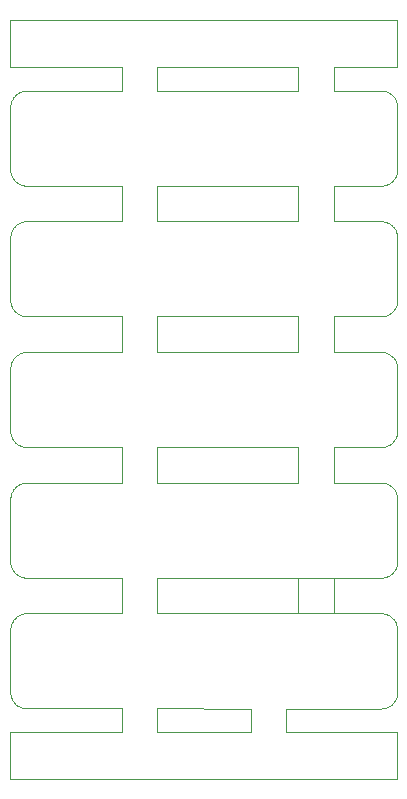
<source format=gbr>
%TF.GenerationSoftware,KiCad,Pcbnew,(6.0.5)*%
%TF.CreationDate,2022-06-02T02:11:43+02:00*%
%TF.ProjectId,5Panel_AKBDB,3550616e-656c-45f4-914b-4244422e6b69,R1*%
%TF.SameCoordinates,Original*%
%TF.FileFunction,Profile,NP*%
%FSLAX46Y46*%
G04 Gerber Fmt 4.6, Leading zero omitted, Abs format (unit mm)*
G04 Created by KiCad (PCBNEW (6.0.5)) date 2022-06-02 02:11:43*
%MOMM*%
%LPD*%
G01*
G04 APERTURE LIST*
%TA.AperFunction,Profile*%
%ADD10C,0.100000*%
%TD*%
G04 APERTURE END LIST*
D10*
X56820949Y-37752391D02*
X66242949Y-37752391D01*
X88949429Y-73173233D02*
X88886934Y-73134936D01*
X89151490Y-91692094D02*
X89201647Y-91641937D01*
X56964014Y-69163922D02*
X56996855Y-69226793D01*
X88183931Y-50814873D02*
X84212574Y-50815587D01*
X66242949Y-94077391D02*
X56820949Y-94077391D01*
X57256382Y-58497081D02*
X57309014Y-58544632D01*
X56820949Y-79612372D02*
X56822744Y-79683280D01*
X57604381Y-58739298D02*
X57668834Y-58768913D01*
X89579749Y-46559009D02*
X89585134Y-46488282D01*
X89585029Y-63209102D02*
X89579277Y-63136032D01*
X56908089Y-80098598D02*
X56934400Y-80164468D01*
X58079295Y-58875189D02*
X58223931Y-58884873D01*
X89493955Y-62780656D02*
X89465905Y-62712940D01*
X88333271Y-50825042D02*
X88183931Y-50814873D01*
X57363986Y-47524457D02*
X57421159Y-47566440D01*
X89518422Y-51784747D02*
X89493955Y-51715656D01*
X89499788Y-80098605D02*
X89522730Y-80031485D01*
X57158676Y-69459292D02*
X57206227Y-69511924D01*
X89585134Y-57553282D02*
X89583931Y-57484873D01*
X58150021Y-92075576D02*
X66242949Y-92075546D01*
X81212574Y-69946505D02*
X81212574Y-72945840D01*
X58147661Y-84014309D02*
X58074592Y-84020060D01*
X56828130Y-68689007D02*
X56837090Y-68759370D01*
X56838169Y-74128366D02*
X56828602Y-74201034D01*
X89570789Y-68759373D02*
X89579749Y-68689009D01*
X89336006Y-69347157D02*
X89375039Y-69287930D01*
X88333271Y-84020042D02*
X88260201Y-84014291D01*
X88186931Y-92077391D02*
X88257840Y-92075594D01*
X89098858Y-58544647D02*
X89151490Y-58497094D01*
X88949429Y-84238233D02*
X88886934Y-84199936D01*
X89579277Y-63136032D02*
X89569709Y-63063363D01*
X89227340Y-51280588D02*
X89176886Y-51227422D01*
X84212574Y-84014249D02*
X84212574Y-81013096D01*
X57158676Y-91589292D02*
X57206227Y-91641924D01*
X89585029Y-74274102D02*
X89579277Y-74201032D01*
X88549279Y-84060076D02*
X88478008Y-84042966D01*
X89493955Y-40650656D02*
X89465905Y-40582940D01*
X58001924Y-50834627D02*
X57929856Y-50847983D01*
X57008501Y-51517380D02*
X56973527Y-51581793D01*
X57206227Y-80576924D02*
X57256382Y-80627081D01*
X89043885Y-58589472D02*
X89098858Y-58544647D01*
X89586948Y-52217372D02*
X89585029Y-52144102D01*
X89009835Y-84279748D02*
X88949429Y-84238233D01*
X89558276Y-46699193D02*
X89570789Y-46629373D01*
X56837090Y-68759370D02*
X56849603Y-68829188D01*
X56849603Y-57764188D02*
X56865636Y-57833284D01*
X57230987Y-40162435D02*
X57180534Y-40215601D01*
X89274942Y-84531323D02*
X89227340Y-84475588D01*
X89539240Y-40790025D02*
X89518422Y-40719747D01*
X89361078Y-84649876D02*
X89319563Y-84589472D01*
X57088313Y-51394482D02*
X57046798Y-51454886D01*
X89579749Y-90819009D02*
X89585134Y-90748282D01*
X57206227Y-69511924D02*
X57256382Y-69562081D01*
X56865636Y-91028284D02*
X56885148Y-91096479D01*
X88949429Y-51043233D02*
X88886934Y-51004936D01*
X88673162Y-47730242D02*
X88739033Y-47703930D01*
X88606042Y-69883184D02*
X88673162Y-69860242D01*
X57939113Y-47788714D02*
X58008932Y-47801228D01*
X56868638Y-51855029D02*
X56851527Y-51926299D01*
X56851527Y-74056299D02*
X56838169Y-74128366D01*
X69242949Y-47815799D02*
X81212574Y-47816505D01*
X89434350Y-51581784D02*
X89399376Y-51517371D01*
X89098858Y-69609647D02*
X89151490Y-69562094D01*
X57339888Y-73259381D02*
X57284154Y-73306982D01*
X56934400Y-91229468D02*
X56964014Y-91293922D01*
X89375039Y-80352930D02*
X89411022Y-80291803D01*
X89465905Y-51647940D02*
X89434350Y-51581784D01*
X56823931Y-63284873D02*
X56820949Y-68547372D01*
X88478008Y-72977966D02*
X88405940Y-72964609D01*
X56822850Y-85339103D02*
X56823931Y-85414873D01*
X89586948Y-63282372D02*
X89585029Y-63209102D01*
X89585029Y-52144102D02*
X89579277Y-52071032D01*
X89151490Y-47432094D02*
X89201647Y-47381937D01*
X69242949Y-50816464D02*
X69242949Y-47815799D01*
X57734705Y-69860225D02*
X57801823Y-69883167D01*
X56851527Y-51926299D02*
X56838169Y-51998366D01*
X88619556Y-39820893D02*
X88549279Y-39800076D01*
X88886934Y-62069936D02*
X88822521Y-62034963D01*
X89569709Y-40933363D02*
X89556352Y-40861295D01*
X89583931Y-57484873D02*
X89586948Y-52217372D01*
X57668834Y-80898913D02*
X57734705Y-80925225D01*
X89465905Y-73777940D02*
X89434350Y-73711784D01*
X57032837Y-47157920D02*
X57071870Y-47217146D01*
X88537847Y-92032698D02*
X88606042Y-92013184D01*
X57520936Y-62069952D02*
X57458441Y-62108248D01*
X89098858Y-47479647D02*
X89151490Y-47432094D01*
X81212574Y-47816505D02*
X81212574Y-50815840D01*
X88756365Y-73068408D02*
X88688648Y-73040360D01*
X89558276Y-90959193D02*
X89570789Y-90889373D01*
X89411022Y-47096803D02*
X89443862Y-47033931D01*
X89558276Y-57764193D02*
X89570789Y-57694373D01*
X56828130Y-57624007D02*
X56837090Y-57694370D01*
X89227340Y-62345588D02*
X89176886Y-62292422D01*
X58074592Y-39760060D02*
X58001924Y-39769627D01*
X89319563Y-62459472D02*
X89274942Y-62401323D01*
X58074592Y-61890060D02*
X58001924Y-61899627D01*
X57398037Y-73214762D02*
X57339888Y-73259381D01*
X89473477Y-58034476D02*
X89499788Y-57968605D01*
X56913923Y-73845662D02*
X56889456Y-73914753D01*
X88739033Y-47703930D02*
X88803487Y-47674315D01*
X57071870Y-69347146D02*
X57113852Y-69404319D01*
X57032837Y-91417920D02*
X57071870Y-91477146D01*
X56964014Y-80228922D02*
X56996855Y-80291793D01*
X88468751Y-80983732D02*
X88537847Y-80967698D01*
X57870018Y-69902680D02*
X57939113Y-69918714D01*
X56973527Y-62646793D02*
X56941972Y-62712947D01*
X57180534Y-40215601D02*
X57132933Y-40271334D01*
X57480384Y-80800473D02*
X57541511Y-80836457D01*
X88606042Y-92013184D02*
X88673162Y-91990242D01*
X57858587Y-50865094D02*
X57788310Y-50885910D01*
X57284154Y-51176982D02*
X57230987Y-51227435D01*
X57734705Y-47730225D02*
X57801823Y-47753167D01*
X56885148Y-46836479D02*
X56908089Y-46903598D01*
X89556352Y-85121295D02*
X89539240Y-85050025D01*
X56851527Y-40861299D02*
X56838169Y-40933366D01*
X89249198Y-91589304D02*
X89294023Y-91534331D01*
X89294023Y-80469331D02*
X89336006Y-80412157D01*
X56885148Y-80031479D02*
X56908089Y-80098598D01*
X58008932Y-47801228D02*
X58079295Y-47810189D01*
X89294023Y-58339331D02*
X89336006Y-58282157D01*
X89434350Y-84776784D02*
X89399376Y-84712371D01*
X56885148Y-68966479D02*
X56908089Y-69033598D01*
X88822521Y-39904963D02*
X88756365Y-39873408D01*
X89522730Y-68966485D02*
X89542242Y-68898289D01*
X57046798Y-40389886D02*
X57008501Y-40452380D01*
X88333271Y-72955042D02*
X88183931Y-72944873D01*
X81212574Y-58883345D02*
X81212574Y-61884001D01*
X56973527Y-84776793D02*
X56941972Y-84842947D01*
X57929856Y-84042983D02*
X57858587Y-84060094D01*
X89586948Y-94077391D02*
X80164948Y-94077391D01*
X89579277Y-74201032D02*
X89569709Y-74128363D01*
X57651504Y-84133425D02*
X57585349Y-84164979D01*
X88260201Y-61884291D02*
X84212574Y-61884249D01*
X58008932Y-58866228D02*
X58079295Y-58875189D01*
X89586948Y-37752391D02*
X89586948Y-33752391D01*
X57668834Y-91963913D02*
X57734705Y-91990225D01*
X88478008Y-61912966D02*
X88405940Y-61899609D01*
X89518422Y-73914747D02*
X89493955Y-73845656D01*
X89375039Y-47157930D02*
X89411022Y-47096803D01*
X88619556Y-50885893D02*
X88549279Y-50865076D01*
X57088313Y-62459482D02*
X57046798Y-62519886D01*
X57032837Y-80352920D02*
X57071870Y-80412146D01*
X89336006Y-80412157D02*
X89375039Y-80352930D01*
X58074592Y-72955060D02*
X58001924Y-72964627D01*
X89434350Y-73711784D02*
X89399376Y-73647371D01*
X66242949Y-92075546D02*
X66242949Y-94077391D01*
X88537847Y-47772698D02*
X88606042Y-47753184D01*
X89043885Y-91784472D02*
X89098858Y-91739647D01*
X57309014Y-80674632D02*
X57363986Y-80719457D01*
X88549279Y-61930076D02*
X88478008Y-61912966D01*
X57088313Y-40329482D02*
X57046798Y-40389886D01*
X56996855Y-47096793D02*
X57032837Y-47157920D01*
X89043885Y-69654472D02*
X89098858Y-69609647D01*
X56828602Y-63136034D02*
X56822850Y-63209103D01*
X57398037Y-84279762D02*
X57339888Y-84324381D01*
X89518422Y-84979747D02*
X89493955Y-84910656D01*
X89294023Y-69404331D02*
X89336006Y-69347157D01*
X57230987Y-51227435D02*
X57180534Y-51280601D01*
X88537847Y-58837698D02*
X88606042Y-58818184D01*
X88756365Y-84133408D02*
X88688648Y-84105360D01*
X89579277Y-52071032D02*
X89569709Y-51998363D01*
X57421159Y-47566440D02*
X57480384Y-47605473D01*
X88333271Y-39760042D02*
X88260201Y-39754291D01*
X89399376Y-73647371D02*
X89361078Y-73584876D01*
X57788310Y-50885910D02*
X57719219Y-50910376D01*
X57071870Y-47217146D02*
X57113852Y-47274319D01*
X57363986Y-80719457D02*
X57421159Y-80761440D01*
X57541511Y-80836457D02*
X57604381Y-80869298D01*
X56941972Y-84842947D02*
X56913923Y-84910662D01*
X57651504Y-73068425D02*
X57585349Y-73099979D01*
X89201647Y-47381937D02*
X89249198Y-47329304D01*
X88986712Y-58631455D02*
X89043885Y-58589472D01*
X81212574Y-81013345D02*
X81212574Y-84014001D01*
X89361078Y-73584876D02*
X89319563Y-73524472D01*
X56941972Y-51647947D02*
X56913923Y-51715662D01*
X88328567Y-81005207D02*
X88398931Y-80996246D01*
X88398931Y-80996246D02*
X88468751Y-80983732D01*
X58220931Y-50817391D02*
X58147661Y-50819309D01*
X88468751Y-69918732D02*
X88537847Y-69902698D01*
X89227340Y-73410588D02*
X89176886Y-73357422D01*
X56828130Y-90819007D02*
X56837090Y-90889370D01*
X56934400Y-80164468D02*
X56964014Y-80228922D01*
X56865636Y-46768284D02*
X56885148Y-46836479D01*
X57541511Y-47641457D02*
X57604381Y-47674298D01*
X77164948Y-94077391D02*
X69242949Y-94077391D01*
X88468751Y-47788732D02*
X88537847Y-47772698D01*
X88619556Y-61950893D02*
X88549279Y-61930076D01*
X66242949Y-61883055D02*
X58220931Y-61882391D01*
X56996855Y-91356793D02*
X57032837Y-91417920D01*
X89443862Y-80228931D02*
X89473477Y-80164476D01*
X56822850Y-74274103D02*
X56823931Y-74344873D01*
X56934400Y-69099468D02*
X56964014Y-69163922D01*
X56837090Y-79824370D02*
X56849603Y-79894188D01*
X89123719Y-51176969D02*
X89067984Y-51129367D01*
X57421159Y-80761440D02*
X57480384Y-80800473D01*
X57939113Y-69918714D02*
X58008932Y-69931228D01*
X88478008Y-39782966D02*
X88405940Y-39769609D01*
X69242949Y-81013960D02*
X80164948Y-81013055D01*
X89411022Y-69226803D02*
X89443862Y-69163931D01*
X88405940Y-72964609D02*
X88333271Y-72955042D01*
X57719219Y-39845376D02*
X57651504Y-39873425D01*
X88986712Y-69696455D02*
X89043885Y-69654472D01*
X88606042Y-80948184D02*
X88673162Y-80925242D01*
X57206227Y-47381924D02*
X57256382Y-47432081D01*
X56868638Y-62920029D02*
X56851527Y-62991299D01*
X57256382Y-80627081D02*
X57309014Y-80674632D01*
X57870018Y-80967680D02*
X57939113Y-80983714D01*
X89043885Y-47524472D02*
X89098858Y-47479647D01*
X56964014Y-58098922D02*
X56996855Y-58161793D01*
X57071870Y-91477146D02*
X57113852Y-91534319D01*
X89009835Y-51084748D02*
X88949429Y-51043233D01*
X89294023Y-47274331D02*
X89336006Y-47217157D01*
X89539240Y-85050025D02*
X89518422Y-84979747D01*
X58074592Y-50825060D02*
X58001924Y-50834627D01*
X88606042Y-58818184D02*
X88673162Y-58795242D01*
X56823931Y-52214873D02*
X56820949Y-57482372D01*
X89201647Y-58446937D02*
X89249198Y-58394304D01*
X58008932Y-80996228D02*
X58079295Y-81005189D01*
X88803487Y-58739315D02*
X88866358Y-58706473D01*
X89098858Y-91739647D02*
X89151490Y-91692094D01*
X57309014Y-47479632D02*
X57363986Y-47524457D01*
X58074592Y-84020060D02*
X58001924Y-84029627D01*
X57801823Y-47753167D02*
X57870018Y-47772680D01*
X57734705Y-58795225D02*
X57801823Y-58818167D01*
X57339888Y-40064381D02*
X57284154Y-40111982D01*
X57788310Y-39820910D02*
X57719219Y-39845376D01*
X56913923Y-84910662D02*
X56889456Y-84979753D01*
X58001924Y-61899627D02*
X57929856Y-61912983D01*
X57256382Y-47432081D02*
X57309014Y-47479632D01*
X88328567Y-92070207D02*
X88398931Y-92061246D01*
X89319563Y-73524472D02*
X89274942Y-73466323D01*
X56913923Y-40650662D02*
X56889456Y-40719753D01*
X56889456Y-62849753D02*
X56868638Y-62920029D01*
X56838169Y-40933366D02*
X56828602Y-41006034D01*
X89249198Y-80524304D02*
X89294023Y-80469331D01*
X89375039Y-91417930D02*
X89411022Y-91356803D01*
X57046798Y-62519886D02*
X57008501Y-62582380D01*
X57046798Y-73584886D02*
X57008501Y-73647380D01*
X89585134Y-90748282D02*
X89583931Y-90674873D01*
X89434350Y-40516784D02*
X89399376Y-40452371D01*
X84212574Y-39754249D02*
X84212574Y-37752432D01*
X89499788Y-57968605D02*
X89522730Y-57901485D01*
X57734705Y-80925225D02*
X57801823Y-80948167D01*
X88186931Y-69947391D02*
X88257840Y-69945594D01*
X89375039Y-58222930D02*
X89411022Y-58161803D01*
X56865636Y-79963284D02*
X56885148Y-80031479D01*
X56913923Y-62780662D02*
X56889456Y-62849753D01*
X57256382Y-69562081D02*
X57309014Y-69609632D01*
X88398931Y-92061246D02*
X88468751Y-92048732D01*
X88549279Y-72995076D02*
X88478008Y-72977966D01*
X89569709Y-63063363D02*
X89556352Y-62991295D01*
X57719219Y-84105376D02*
X57651504Y-84133425D01*
X89399376Y-51517371D02*
X89361078Y-51454876D01*
X66242949Y-47815546D02*
X66242949Y-50816716D01*
X89569709Y-85193363D02*
X89556352Y-85121295D01*
X57585349Y-39904979D02*
X57520936Y-39939952D01*
X57363986Y-58589457D02*
X57421159Y-58631440D01*
X56820949Y-46417372D02*
X56822744Y-46488280D01*
X84212574Y-47816757D02*
X88186931Y-47817391D01*
X69242949Y-94077391D02*
X69242949Y-92075799D01*
X84212574Y-72945587D02*
X84212574Y-69946757D01*
X56822744Y-57553280D02*
X56828130Y-57624007D01*
X57230987Y-84422435D02*
X57180534Y-84475601D01*
X88328567Y-47810207D02*
X88398931Y-47801246D01*
X88398931Y-58866246D02*
X88468751Y-58853732D01*
X57132933Y-51336334D02*
X57088313Y-51394482D01*
X89465905Y-62712940D02*
X89434350Y-62646784D01*
X81212574Y-61884001D02*
X69242949Y-61883304D01*
X57008501Y-62582380D02*
X56973527Y-62646793D01*
X58079295Y-92070189D02*
X58150021Y-92075576D01*
X88260201Y-84014291D02*
X80164948Y-84014208D01*
X89499788Y-69033605D02*
X89522730Y-68966485D01*
X57585349Y-84164979D02*
X57520936Y-84199952D01*
X89556352Y-74056295D02*
X89539240Y-73985025D01*
X57230987Y-73357435D02*
X57180534Y-73410601D01*
X89201647Y-91641937D02*
X89249198Y-91589304D01*
X88927486Y-69735489D02*
X88986712Y-69696455D01*
X56820949Y-33752391D02*
X56820949Y-37752391D01*
X57032837Y-69287920D02*
X57071870Y-69347146D01*
X88549279Y-39800076D02*
X88478008Y-39782966D01*
X89249198Y-58394304D02*
X89294023Y-58339331D01*
X69242949Y-61883304D02*
X69242949Y-58883960D01*
X57668834Y-47703913D02*
X57734705Y-47730225D01*
X57668834Y-69833913D02*
X57734705Y-69860225D01*
X56996855Y-69226793D02*
X57032837Y-69287920D01*
X88478008Y-84042966D02*
X88405940Y-84029609D01*
X89361078Y-51454876D02*
X89319563Y-51394472D01*
X88803487Y-91934315D02*
X88866358Y-91901473D01*
X57858587Y-84060094D02*
X57788310Y-84080910D01*
X66242949Y-81014208D02*
X66242949Y-84013055D01*
X89009835Y-73214748D02*
X88949429Y-73173233D01*
X88673162Y-58795242D02*
X88739033Y-58768930D01*
X56934400Y-58034468D02*
X56964014Y-58098922D01*
X56828130Y-79754007D02*
X56837090Y-79824370D01*
X89585029Y-41079102D02*
X89579277Y-41006032D01*
X89009835Y-40019748D02*
X88949429Y-39978233D01*
X89556352Y-40861295D02*
X89539240Y-40790025D01*
X57801823Y-58818167D02*
X57870018Y-58837680D01*
X89151490Y-80627094D02*
X89201647Y-80576937D01*
X88866358Y-91901473D02*
X88927486Y-91865489D01*
X81212574Y-39754001D02*
X69242949Y-39753304D01*
X57046798Y-84649886D02*
X57008501Y-84712380D01*
X57363986Y-91784457D02*
X57421159Y-91826440D01*
X57734705Y-91990225D02*
X57801823Y-92013167D01*
X57651504Y-62003425D02*
X57585349Y-62034979D01*
X89176886Y-51227422D02*
X89123719Y-51176969D01*
X57180534Y-51280601D02*
X57132933Y-51336334D01*
X89067984Y-51129367D02*
X89009835Y-51084748D01*
X57541511Y-58706457D02*
X57604381Y-58739298D01*
X57929856Y-39782983D02*
X57858587Y-39800094D01*
X89539240Y-62920025D02*
X89518422Y-62849747D01*
X84212574Y-58883096D02*
X88186931Y-58882391D01*
X58001924Y-39769627D02*
X57929856Y-39782983D01*
X89579749Y-79754009D02*
X89585134Y-79683282D01*
X80164948Y-81013055D02*
X88186931Y-81012391D01*
X56885148Y-57901479D02*
X56908089Y-57968598D01*
X66242949Y-58884208D02*
X66242949Y-61883055D01*
X56868638Y-85050029D02*
X56851527Y-85121299D01*
X57284154Y-40111982D02*
X57230987Y-40162435D01*
X57071870Y-80412146D02*
X57113852Y-80469319D01*
X89583931Y-46414873D02*
X89586948Y-41152372D01*
X57788310Y-84080910D02*
X57719219Y-84105376D01*
X89411022Y-80291803D02*
X89443862Y-80228931D01*
X89583931Y-79614873D02*
X89586948Y-74347372D01*
X56973527Y-73711793D02*
X56941972Y-73777947D01*
X89123719Y-40111969D02*
X89067984Y-40064367D01*
X66242949Y-72946716D02*
X58220931Y-72947391D01*
X57480384Y-91865473D02*
X57541511Y-91901457D01*
X89319563Y-51394472D02*
X89274942Y-51336323D01*
X89201647Y-69511937D02*
X89249198Y-69459304D01*
X57801823Y-80948167D02*
X57870018Y-80967680D01*
X88186931Y-47817391D02*
X88257840Y-47815594D01*
X57604381Y-47674298D02*
X57668834Y-47703913D01*
X56837090Y-57694370D02*
X56849603Y-57764188D01*
X57858587Y-61930094D02*
X57788310Y-61950910D01*
X89522730Y-46836485D02*
X89542242Y-46768289D01*
X57398037Y-40019762D02*
X57339888Y-40064381D01*
X89493955Y-51715656D02*
X89465905Y-51647940D01*
X57520936Y-51004952D02*
X57458441Y-51043248D01*
X57585349Y-62034979D02*
X57520936Y-62069952D01*
X89570789Y-46629373D02*
X89579749Y-46559009D01*
X88619556Y-73015893D02*
X88549279Y-72995076D01*
X57309014Y-58544632D02*
X57363986Y-58589457D01*
X89201647Y-80576937D02*
X89249198Y-80524304D01*
X89336006Y-47217157D02*
X89375039Y-47157930D01*
X58079295Y-47810189D02*
X58150021Y-47815576D01*
X88739033Y-58768930D02*
X88803487Y-58739315D01*
X89542242Y-91028289D02*
X89558276Y-90959193D01*
X89434350Y-62646784D02*
X89399376Y-62582371D01*
X89151490Y-69562094D02*
X89201647Y-69511937D01*
X89579277Y-85266032D02*
X89569709Y-85193363D01*
X57480384Y-47605473D02*
X57541511Y-47641457D01*
X89176886Y-84422422D02*
X89123719Y-84371969D01*
X56849603Y-68829188D02*
X56865636Y-68898284D01*
X57421159Y-69696440D02*
X57480384Y-69735473D01*
X89067984Y-62194367D02*
X89009835Y-62149748D01*
X57158676Y-47329292D02*
X57206227Y-47381924D01*
X57719219Y-73040376D02*
X57651504Y-73068425D01*
X57088313Y-84589482D02*
X57046798Y-84649886D01*
X56838169Y-63063366D02*
X56828602Y-63136034D01*
X88886934Y-84199936D02*
X88822521Y-84164963D01*
X58147661Y-50819309D02*
X58074592Y-50825060D01*
X66242949Y-69945546D02*
X66242949Y-72946716D01*
X57180534Y-84475601D02*
X57132933Y-84531334D01*
X56822744Y-79683280D02*
X56828130Y-79754007D01*
X88688648Y-39845360D02*
X88619556Y-39820893D01*
X89556352Y-51926295D02*
X89539240Y-51855025D01*
X56941972Y-40582947D02*
X56913923Y-40650662D01*
X57480384Y-58670473D02*
X57541511Y-58706457D01*
X57858587Y-72995094D02*
X57788310Y-73015910D01*
X58147661Y-72949309D02*
X58074592Y-72955060D01*
X88398931Y-69931246D02*
X88468751Y-69918732D01*
X57801823Y-92013167D02*
X57870018Y-92032680D01*
X88756365Y-50938408D02*
X88688648Y-50910360D01*
X80164948Y-84014208D02*
X69242949Y-84013304D01*
X57870018Y-58837680D02*
X57939113Y-58853714D01*
X84212574Y-50815587D02*
X84212574Y-47816757D01*
X57458441Y-84238248D02*
X57398037Y-84279762D01*
X57158676Y-80524292D02*
X57206227Y-80576924D01*
X89411022Y-58161803D02*
X89443862Y-58098931D01*
X69242949Y-58883960D02*
X81212574Y-58883345D01*
X56820949Y-94077391D02*
X56820949Y-98077391D01*
X88673162Y-80925242D02*
X88739033Y-80898930D01*
X58147661Y-61884309D02*
X58074592Y-61890060D01*
X88886934Y-39939936D02*
X88822521Y-39904963D01*
X88606042Y-47753184D02*
X88673162Y-47730242D01*
X57541511Y-91901457D02*
X57604381Y-91934298D01*
X56889456Y-73914753D02*
X56868638Y-73985029D01*
X89585134Y-68618282D02*
X89583931Y-68544873D01*
X89586948Y-85412372D02*
X89585029Y-85339102D01*
X57132933Y-73466334D02*
X57088313Y-73524482D01*
X89319563Y-84589472D02*
X89274942Y-84531323D01*
X89586948Y-33752391D02*
X56820949Y-33752391D01*
X89518422Y-62849747D02*
X89493955Y-62780656D01*
X56868638Y-73985029D02*
X56851527Y-74056299D01*
X56868638Y-40790029D02*
X56851527Y-40861299D01*
X56908089Y-91163598D02*
X56934400Y-91229468D01*
X88537847Y-69902698D02*
X88606042Y-69883184D01*
X57870018Y-92032680D02*
X57939113Y-92048714D01*
X57668834Y-58768913D02*
X57734705Y-58795225D01*
X69242949Y-92075799D02*
X77164948Y-92076464D01*
X89151490Y-58497094D02*
X89201647Y-58446937D01*
X56849603Y-46699188D02*
X56865636Y-46768284D01*
X57113852Y-47274319D02*
X57158676Y-47329292D01*
X57339888Y-84324381D02*
X57284154Y-84371982D01*
X56837090Y-46629370D02*
X56849603Y-46699188D01*
X56828602Y-74201034D02*
X56822850Y-74274103D01*
X88986712Y-91826455D02*
X89043885Y-91784472D01*
X88822521Y-73099963D02*
X88756365Y-73068408D01*
X57206227Y-58446924D02*
X57256382Y-58497081D01*
X56823931Y-85414873D02*
X56820949Y-90677372D01*
X57398037Y-51084762D02*
X57339888Y-51129381D01*
X89542242Y-57833289D02*
X89558276Y-57764193D01*
X88405940Y-50834609D02*
X88333271Y-50825042D01*
X66242949Y-84013055D02*
X58220931Y-84012391D01*
X89399376Y-40452371D02*
X89361078Y-40389876D01*
X56865636Y-68898284D02*
X56885148Y-68966479D01*
X57480384Y-69735473D02*
X57541511Y-69771457D01*
X58001924Y-84029627D02*
X57929856Y-84042983D01*
X81212574Y-37752432D02*
X81212574Y-39754001D01*
X84212574Y-61884249D02*
X84212574Y-58883096D01*
X58079295Y-69940189D02*
X58150021Y-69945576D01*
X57284154Y-73306982D02*
X57230987Y-73357435D01*
X89542242Y-46768289D02*
X89558276Y-46699193D01*
X89585134Y-79683282D02*
X89583931Y-79614873D01*
X56941972Y-73777947D02*
X56913923Y-73845662D01*
X57206227Y-91641924D02*
X57256382Y-91692081D01*
X56820949Y-57482372D02*
X56822744Y-57553280D01*
X56828602Y-52071034D02*
X56822850Y-52144103D01*
X56973527Y-51581793D02*
X56941972Y-51647947D01*
X56828130Y-46559007D02*
X56837090Y-46629370D01*
X56908089Y-46903598D02*
X56934400Y-46969468D01*
X89473477Y-91229476D02*
X89499788Y-91163605D01*
X57520936Y-73134952D02*
X57458441Y-73173248D01*
X57309014Y-91739632D02*
X57363986Y-91784457D01*
X69242949Y-72946464D02*
X69242949Y-69945799D01*
X88398931Y-47801246D02*
X88468751Y-47788732D01*
X56822850Y-52144103D02*
X56823931Y-52214873D01*
X56838169Y-51998366D02*
X56828602Y-52071034D01*
X57032837Y-58222920D02*
X57071870Y-58282146D01*
X88739033Y-69833930D02*
X88803487Y-69804315D01*
X69242949Y-37752391D02*
X81212574Y-37752432D01*
X81212574Y-72945840D02*
X69242949Y-72946464D01*
X57256382Y-91692081D02*
X57309014Y-91739632D01*
X57458441Y-62108248D02*
X57398037Y-62149762D01*
X57458441Y-51043248D02*
X57398037Y-51084762D01*
X89123719Y-84371969D02*
X89067984Y-84324367D01*
X56837090Y-90889370D02*
X56849603Y-90959188D01*
X88537847Y-80967698D02*
X88606042Y-80948184D01*
X88949429Y-62108233D02*
X88886934Y-62069936D01*
X57008501Y-84712380D02*
X56973527Y-84776793D01*
X57421159Y-58631440D02*
X57480384Y-58670473D01*
X80164948Y-92076716D02*
X88186931Y-92077391D01*
X88257840Y-58880594D02*
X88328567Y-58875207D01*
X89176886Y-40162422D02*
X89123719Y-40111969D01*
X89274942Y-51336323D02*
X89227340Y-51280588D01*
X56828602Y-85266034D02*
X56822850Y-85339103D01*
X89542242Y-79963289D02*
X89558276Y-79894193D01*
X89579277Y-41006032D02*
X89569709Y-40933363D01*
X89569709Y-51998363D02*
X89556352Y-51926295D01*
X56849603Y-90959188D02*
X56865636Y-91028284D01*
X57939113Y-80983714D02*
X58008932Y-80996228D01*
X57309014Y-69609632D02*
X57363986Y-69654457D01*
X88866358Y-58706473D02*
X88927486Y-58670489D01*
X58223931Y-81014873D02*
X66242949Y-81014208D01*
X58001924Y-72964627D02*
X57929856Y-72977983D01*
X89319563Y-40329472D02*
X89274942Y-40271323D01*
X56822744Y-90748280D02*
X56828130Y-90819007D01*
X57132933Y-40271334D02*
X57088313Y-40329482D01*
X89067984Y-40064367D02*
X89009835Y-40019748D01*
X88333271Y-61890042D02*
X88260201Y-61884291D01*
X57858587Y-39800094D02*
X57788310Y-39820910D01*
X88186931Y-81012391D02*
X88257840Y-81010594D01*
X89274942Y-73466323D02*
X89227340Y-73410588D01*
X89499788Y-91163605D02*
X89522730Y-91096485D01*
X88688648Y-50910360D02*
X88619556Y-50885893D01*
X56828602Y-41006034D02*
X56822850Y-41079103D01*
X88822521Y-50969963D02*
X88756365Y-50938408D01*
X57421159Y-91826440D02*
X57480384Y-91865473D01*
X88927486Y-58670489D02*
X88986712Y-58631455D01*
X88688648Y-84105360D02*
X88619556Y-84080893D01*
X56996855Y-80291793D02*
X57032837Y-80352920D01*
X57541511Y-69771457D02*
X57604381Y-69804298D01*
X56941972Y-62712947D02*
X56913923Y-62780662D01*
X57458441Y-39978248D02*
X57398037Y-40019762D01*
X89570789Y-57694373D02*
X89579749Y-57624009D01*
X57801823Y-69883167D02*
X57870018Y-69902680D01*
X89375039Y-69287930D02*
X89411022Y-69226803D01*
X57113852Y-58339319D02*
X57158676Y-58394292D01*
X57719219Y-61975376D02*
X57651504Y-62003425D01*
X89522730Y-91096485D02*
X89542242Y-91028289D01*
X89579749Y-57624009D02*
X89585134Y-57553282D01*
X89586948Y-74347372D02*
X89585029Y-74274102D01*
X89274942Y-40271323D02*
X89227340Y-40215588D01*
X88949429Y-39978233D02*
X88886934Y-39939936D01*
X57046798Y-51454886D02*
X57008501Y-51517380D01*
X88688648Y-73040360D02*
X88619556Y-73015893D01*
X89336006Y-58282157D02*
X89375039Y-58222930D01*
X56820949Y-98077391D02*
X89586948Y-98077391D01*
X88986712Y-80761455D02*
X89043885Y-80719472D01*
X77164948Y-92076464D02*
X77164948Y-94077391D01*
X57929856Y-72977983D02*
X57858587Y-72995094D01*
X88866358Y-47641473D02*
X88927486Y-47605489D01*
X56820949Y-90677372D02*
X56822744Y-90748280D01*
X89227340Y-40215588D02*
X89176886Y-40162422D01*
X56996855Y-58161793D02*
X57032837Y-58222920D01*
X56934400Y-46969468D02*
X56964014Y-47033922D01*
X89542242Y-68898289D02*
X89558276Y-68829193D01*
X89522730Y-57901485D02*
X89542242Y-57833289D01*
X88257840Y-69945594D02*
X88328567Y-69940207D01*
X57132933Y-62401334D02*
X57088313Y-62459482D01*
X88739033Y-80898930D02*
X88803487Y-80869315D01*
X89583931Y-68544873D02*
X89586948Y-63282372D01*
X89274942Y-62401323D02*
X89227340Y-62345588D01*
X89465905Y-84842940D02*
X89434350Y-84776784D01*
X57088313Y-73524482D02*
X57046798Y-73584886D01*
X57788310Y-61950910D02*
X57719219Y-61975376D01*
X89518422Y-40719747D02*
X89493955Y-40650656D01*
X89123719Y-73306969D02*
X89067984Y-73259367D01*
X57604381Y-69804298D02*
X57668834Y-69833913D01*
X66242949Y-37752391D02*
X66242949Y-39753055D01*
X57339888Y-51129381D02*
X57284154Y-51176982D01*
X69242949Y-39753304D02*
X69242949Y-37752391D01*
X89465905Y-40582940D02*
X89434350Y-40516784D01*
X89493955Y-84910656D02*
X89465905Y-84842940D01*
X58008932Y-92061228D02*
X58079295Y-92070189D01*
X89522730Y-80031485D02*
X89542242Y-79963289D01*
X89009835Y-62149748D02*
X88949429Y-62108233D01*
X89585029Y-85339102D02*
X89579277Y-85266032D01*
X57158676Y-58394292D02*
X57206227Y-58446924D01*
X57651504Y-39873425D02*
X57585349Y-39904979D01*
X89558276Y-79894193D02*
X89570789Y-79824373D01*
X89361078Y-62519876D02*
X89319563Y-62459472D01*
X57008501Y-40452380D02*
X56973527Y-40516793D01*
X57113852Y-91534319D02*
X57158676Y-91589292D01*
X89586948Y-98077391D02*
X89586948Y-94077391D01*
X88803487Y-80869315D02*
X88866358Y-80836473D01*
X56822744Y-68618280D02*
X56828130Y-68689007D01*
X89586948Y-41152372D02*
X89585029Y-41079102D01*
X56889456Y-84979753D02*
X56868638Y-85050029D01*
X89098858Y-80674647D02*
X89151490Y-80627094D01*
X88468751Y-58853732D02*
X88537847Y-58837698D01*
X88478008Y-50847966D02*
X88405940Y-50834609D01*
X57071870Y-58282146D02*
X57113852Y-58339319D01*
X88257840Y-81010594D02*
X88328567Y-81005207D01*
X88986712Y-47566455D02*
X89043885Y-47524472D01*
X56822744Y-46488280D02*
X56828130Y-46559007D01*
X89585134Y-46488282D02*
X89583931Y-46414873D01*
X57520936Y-39939952D02*
X57458441Y-39978248D01*
X88866358Y-69771473D02*
X88927486Y-69735489D01*
X58223931Y-58884873D02*
X66242949Y-58884208D01*
X57008501Y-73647380D02*
X56973527Y-73711793D01*
X89399376Y-84712371D02*
X89361078Y-84649876D01*
X88186931Y-58882391D02*
X88257840Y-58880594D01*
X56851527Y-62991299D02*
X56838169Y-63063366D01*
X89473477Y-69099476D02*
X89499788Y-69033605D01*
X88405940Y-39769609D02*
X88333271Y-39760042D01*
X56964014Y-91293922D02*
X56996855Y-91356793D01*
X69242949Y-69945799D02*
X81212574Y-69946505D01*
X57939113Y-92048714D02*
X58008932Y-92061228D01*
X88468751Y-92048732D02*
X88537847Y-92032698D01*
X66242949Y-39753055D02*
X58220931Y-39752391D01*
X58220931Y-84012391D02*
X58147661Y-84014309D01*
X57585349Y-50969979D02*
X57520936Y-51004952D01*
X89556352Y-62991295D02*
X89539240Y-62920025D01*
X89443862Y-91293931D02*
X89473477Y-91229476D01*
X58220931Y-72947391D02*
X58147661Y-72949309D01*
X89361078Y-40389876D02*
X89319563Y-40329472D01*
X88260201Y-39754291D02*
X84212574Y-39754249D01*
X56908089Y-69033598D02*
X56934400Y-69099468D01*
X88927486Y-47605489D02*
X88986712Y-47566455D01*
X81212574Y-50815840D02*
X69242949Y-50816464D01*
X89473477Y-80164476D02*
X89499788Y-80098605D01*
X56838169Y-85193366D02*
X56828602Y-85266034D01*
X80164948Y-94077391D02*
X80164948Y-92076716D01*
X84212574Y-37752432D02*
X89586948Y-37752391D01*
X56889456Y-51784753D02*
X56868638Y-51855029D01*
X57284154Y-84371982D02*
X57230987Y-84422435D01*
X58008932Y-69931228D02*
X58079295Y-69940189D01*
X58147661Y-39754309D02*
X58074592Y-39760060D01*
X89499788Y-46903605D02*
X89522730Y-46836485D01*
X88673162Y-69860242D02*
X88739033Y-69833930D01*
X89558276Y-68829193D02*
X89570789Y-68759373D01*
X88866358Y-80836473D02*
X88927486Y-80800489D01*
X89176886Y-73357422D02*
X89123719Y-73306969D01*
X89443862Y-69163931D02*
X89473477Y-69099476D01*
X57113852Y-69404319D02*
X57158676Y-69459292D01*
X57398037Y-62149762D02*
X57339888Y-62194381D01*
X88257840Y-47815594D02*
X88328567Y-47810207D01*
X88328567Y-58875207D02*
X88398931Y-58866246D01*
X89067984Y-73259367D02*
X89009835Y-73214748D01*
X56822850Y-41079103D02*
X56823931Y-41154873D01*
X58220931Y-39752391D02*
X58147661Y-39754309D01*
X88549279Y-50865076D02*
X88478008Y-50847966D01*
X57939113Y-58853714D02*
X58008932Y-58866228D01*
X56973527Y-40516793D02*
X56941972Y-40582947D01*
X88257840Y-92075594D02*
X88328567Y-92070207D01*
X89067984Y-84324367D02*
X89009835Y-84279748D01*
X89570789Y-79824373D02*
X89579749Y-79754009D01*
X89569709Y-74128363D02*
X89556352Y-74056295D01*
X56885148Y-91096479D02*
X56908089Y-91163598D01*
X84212574Y-69946757D02*
X88186931Y-69947391D01*
X89583931Y-90674873D02*
X89586948Y-85412372D01*
X57929856Y-50847983D02*
X57858587Y-50865094D01*
X56908089Y-57968598D02*
X56934400Y-58034468D01*
X89570789Y-90889373D02*
X89579749Y-90819009D01*
X56865636Y-57833284D02*
X56885148Y-57901479D01*
X89249198Y-69459304D02*
X89294023Y-69404331D01*
X57113852Y-80469319D02*
X57158676Y-80524292D01*
X56822850Y-63209103D02*
X56823931Y-63284873D01*
X89176886Y-62292422D02*
X89123719Y-62241969D01*
X88688648Y-61975360D02*
X88619556Y-61950893D01*
X89123719Y-62241969D02*
X89067984Y-62194367D01*
X88927486Y-80800489D02*
X88986712Y-80761455D01*
X89411022Y-91356803D02*
X89443862Y-91293931D01*
X89443862Y-47033931D02*
X89473477Y-46969476D01*
X66242949Y-50816716D02*
X58220931Y-50817391D01*
X57604381Y-80869298D02*
X57668834Y-80898913D01*
X57585349Y-73099979D02*
X57520936Y-73134952D01*
X88886934Y-73134936D02*
X88822521Y-73099963D01*
X88619556Y-84080893D02*
X88549279Y-84060076D01*
X88756365Y-62003408D02*
X88688648Y-61975360D01*
X56964014Y-47033922D02*
X56996855Y-47096793D01*
X56913923Y-51715662D02*
X56889456Y-51784753D01*
X57520936Y-84199952D02*
X57458441Y-84238248D01*
X88886934Y-51004936D02*
X88822521Y-50969963D01*
X88405940Y-61899609D02*
X88333271Y-61890042D01*
X88803487Y-69804315D02*
X88866358Y-69771473D01*
X88803487Y-47674315D02*
X88866358Y-47641473D01*
X88183931Y-72944873D02*
X84212574Y-72945587D01*
X57339888Y-62194381D02*
X57284154Y-62241982D01*
X58150021Y-47815576D02*
X66242949Y-47815546D01*
X56823931Y-41154873D02*
X56820949Y-46417372D01*
X57929856Y-61912983D02*
X57858587Y-61930094D01*
X58220931Y-61882391D02*
X58147661Y-61884309D01*
X56823931Y-74344873D02*
X56820949Y-79612372D01*
X89227340Y-84475588D02*
X89176886Y-84422422D01*
X57651504Y-50938425D02*
X57585349Y-50969979D01*
X89473477Y-46969476D02*
X89499788Y-46903605D01*
X89443862Y-58098931D02*
X89473477Y-58034476D01*
X88756365Y-39873408D02*
X88688648Y-39845360D01*
X56849603Y-79894188D02*
X56865636Y-79963284D01*
X89399376Y-62582371D02*
X89361078Y-62519876D01*
X57363986Y-69654457D02*
X57421159Y-69696440D01*
X88822521Y-84164963D02*
X88756365Y-84133408D01*
X89294023Y-91534331D02*
X89336006Y-91477157D01*
X57132933Y-84531334D02*
X57088313Y-84589482D01*
X89539240Y-73985025D02*
X89518422Y-73914747D01*
X89539240Y-51855025D02*
X89518422Y-51784747D01*
X57458441Y-73173248D02*
X57398037Y-73214762D01*
X57284154Y-62241982D02*
X57230987Y-62292435D01*
X89043885Y-80719472D02*
X89098858Y-80674647D01*
X57230987Y-62292435D02*
X57180534Y-62345601D01*
X88328567Y-69940207D02*
X88398931Y-69931246D01*
X88822521Y-62034963D02*
X88756365Y-62003408D01*
X57719219Y-50910376D02*
X57651504Y-50938425D01*
X57788310Y-73015910D02*
X57719219Y-73040376D01*
X57180534Y-73410601D02*
X57132933Y-73466334D01*
X88739033Y-91963930D02*
X88803487Y-91934315D01*
X56820949Y-68547372D02*
X56822744Y-68618280D01*
X89493955Y-73845656D02*
X89465905Y-73777940D01*
X89579749Y-68689009D02*
X89585134Y-68618282D01*
X58150021Y-69945576D02*
X66242949Y-69945546D01*
X89249198Y-47329304D02*
X89294023Y-47274331D01*
X88927486Y-91865489D02*
X88986712Y-91826455D01*
X58079295Y-81005189D02*
X58223931Y-81014873D01*
X89336006Y-91477157D02*
X89375039Y-91417930D01*
X56851527Y-85121299D02*
X56838169Y-85193366D01*
X69242949Y-84013304D02*
X69242949Y-81013960D01*
X56889456Y-40719753D02*
X56868638Y-40790029D01*
X88673162Y-91990242D02*
X88739033Y-91963930D01*
X57180534Y-62345601D02*
X57132933Y-62401334D01*
X57604381Y-91934298D02*
X57668834Y-91963913D01*
X57870018Y-47772680D02*
X57939113Y-47788714D01*
X88405940Y-84029609D02*
X88333271Y-84020042D01*
M02*

</source>
